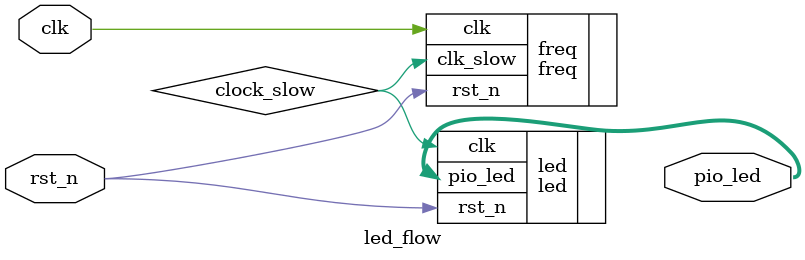
<source format=v>
module led_flow(
		clk,
		rst_n,
		pio_led
		);
   input clk;
   input rst_n;

   output [3:0] pio_led;

   wire 	clock_slow;

   freq freq(
	     .clk(clk),
	     .rst_n(rst_n),
	     .clk_slow(clock_slow)
	     );

   led led(
	   .clk(clock_slow),
	   .rst_n(rst_n),
	   .pio_led(pio_led)
	   );
endmodule

</source>
